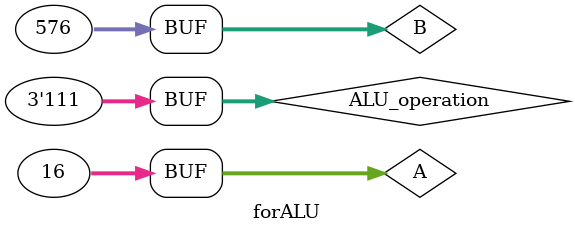
<source format=v>
`timescale 1ns / 1ps


module forALU;

	// Inputs
	reg [2:0] ALU_operation;
	reg [31:0] A;
	reg [31:0] B;

	// Outputs
	wire [31:0] res;
	wire zero;
	wire overflow;

	// Instantiate the Unit Under Test (UUT)
	ALU uut (
		.ALU_operation(ALU_operation), 
		.A(A), 
		.B(B), 
		.res(res), 
		.zero(zero), 
		.overflow(overflow)
	);

	initial begin
		// Initialize Inputs
		ALU_operation = 0;
		A = 0;
		B = 0;

		// Wait 100 ns for global reset to finish
		#100;
        
		// Add stimulus here
		A=6;
		B=4;
		ALU_operation=7;
		#100;
		A=4;
		B=6;
		#100;
		A=32'hfffffff0;
		B=0;
		#100;
		A=64;
		B=576;
		#100;
		A=576;
		B=64;
		#100;
		A=0;//down
		B=416;
		#100;
		A=16;
		#100;
		A=32;
		#100;
		A=16;//right
		B=576;
		#100;
	end
      
endmodule


</source>
